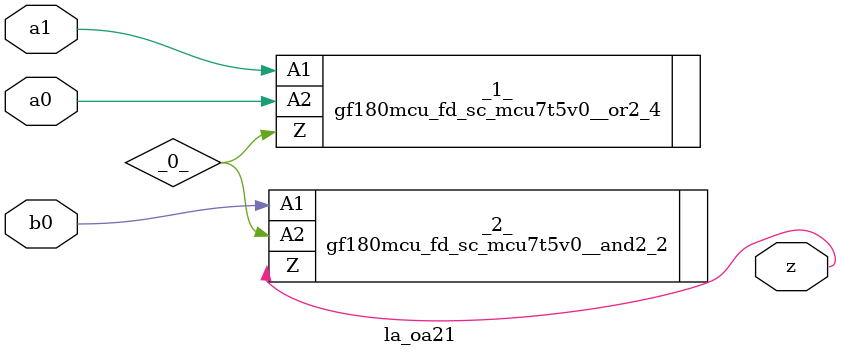
<source format=v>
/* Generated by Yosys 0.37 (git sha1 a5c7f69ed, clang 14.0.0-1ubuntu1.1 -fPIC -Os) */

module la_oa21(a0, a1, b0, z);
  wire _0_;
  input a0;
  wire a0;
  input a1;
  wire a1;
  input b0;
  wire b0;
  output z;
  wire z;
  gf180mcu_fd_sc_mcu7t5v0__or2_4 _1_ (
    .A1(a1),
    .A2(a0),
    .Z(_0_)
  );
  gf180mcu_fd_sc_mcu7t5v0__and2_2 _2_ (
    .A1(b0),
    .A2(_0_),
    .Z(z)
  );
endmodule

</source>
